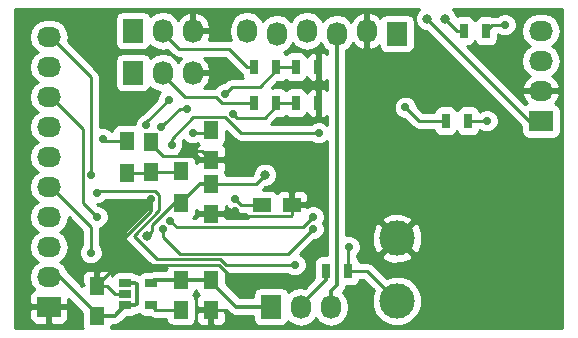
<source format=gbl>
G04 #@! TF.FileFunction,Copper,L2,Bot,Signal*
%FSLAX46Y46*%
G04 Gerber Fmt 4.6, Leading zero omitted, Abs format (unit mm)*
G04 Created by KiCad (PCBNEW 4.0.1-3.201512221402+6198~38~ubuntu14.04.1-stable) date Sun 24 Jan 2016 12:58:10 PM PST*
%MOMM*%
G01*
G04 APERTURE LIST*
%ADD10C,0.100000*%
%ADD11R,1.250000X1.500000*%
%ADD12R,1.500000X1.250000*%
%ADD13R,1.060000X0.650000*%
%ADD14R,1.727200X2.032000*%
%ADD15O,1.727200X2.032000*%
%ADD16R,2.032000X1.727200*%
%ADD17O,2.032000X1.727200*%
%ADD18R,0.700000X1.300000*%
%ADD19R,1.300000X1.500000*%
%ADD20C,3.000000*%
%ADD21C,0.800000*%
%ADD22C,0.700000*%
%ADD23C,0.250000*%
%ADD24C,0.350000*%
%ADD25C,0.254000*%
G04 APERTURE END LIST*
D10*
D11*
X141732000Y-109494000D03*
X141732000Y-111994000D03*
X141732000Y-104922000D03*
X141732000Y-107422000D03*
X136652000Y-108438000D03*
X136652000Y-105938000D03*
D12*
X146070000Y-111252000D03*
X148570000Y-111252000D03*
D11*
X132080000Y-120630000D03*
X132080000Y-118130000D03*
X141732000Y-117622000D03*
X141732000Y-120122000D03*
D13*
X134452000Y-119756000D03*
X134452000Y-118806000D03*
X134452000Y-117856000D03*
X136652000Y-117856000D03*
X136652000Y-119756000D03*
D11*
X139192000Y-120122000D03*
X139192000Y-117622000D03*
D14*
X157480000Y-96774000D03*
D15*
X154940000Y-96520000D03*
X152400000Y-96774000D03*
X149860000Y-96520000D03*
X147320000Y-96774000D03*
X144780000Y-96520000D03*
D16*
X169672000Y-104140000D03*
D17*
X169672000Y-101600000D03*
X169672000Y-99060000D03*
X169672000Y-96520000D03*
D16*
X128016000Y-119888000D03*
D17*
X128016000Y-117348000D03*
X128016000Y-114808000D03*
X128016000Y-112268000D03*
X128016000Y-109728000D03*
X128016000Y-107188000D03*
X128016000Y-104648000D03*
X128016000Y-102108000D03*
X128016000Y-99568000D03*
X128016000Y-97028000D03*
D14*
X135128000Y-100076000D03*
D15*
X137668000Y-100076000D03*
X140208000Y-100076000D03*
D14*
X135128000Y-96520000D03*
D15*
X137668000Y-96520000D03*
X140208000Y-96520000D03*
D18*
X161610000Y-104140000D03*
X163510000Y-104140000D03*
X163134000Y-96520000D03*
X165034000Y-96520000D03*
D19*
X139192000Y-111078000D03*
X139192000Y-108378000D03*
X134620000Y-105838000D03*
X134620000Y-108538000D03*
D18*
X151450000Y-116840000D03*
X153350000Y-116840000D03*
X145354000Y-99568000D03*
X147254000Y-99568000D03*
X148910000Y-99568000D03*
X150810000Y-99568000D03*
X145354000Y-102616000D03*
X147254000Y-102616000D03*
X148910000Y-102616000D03*
X150810000Y-102616000D03*
D20*
X157480000Y-119380000D03*
X157480000Y-114080000D03*
D14*
X146812000Y-119888000D03*
D15*
X149352000Y-119888000D03*
X151892000Y-119888000D03*
D21*
X161544000Y-95504000D03*
X146304000Y-108712000D03*
X136313723Y-113886020D03*
D22*
X143764000Y-117856000D03*
X143764000Y-120904000D03*
X140208000Y-106680000D03*
X164084000Y-98044000D03*
X166116000Y-99568000D03*
X151384000Y-101092000D03*
X143764000Y-111760000D03*
X136652000Y-110744000D03*
X140208000Y-105156000D03*
X143764000Y-110744000D03*
D21*
X160020000Y-95504000D03*
D22*
X165100000Y-104140000D03*
X166624000Y-96012000D03*
X132588000Y-105664000D03*
X136279507Y-104470951D03*
X138176000Y-102339967D03*
X137528825Y-104699025D03*
X139700000Y-103124000D03*
X131572000Y-108712000D03*
X138407977Y-106173210D03*
X158189179Y-102984199D03*
X150876000Y-105156000D03*
X132080000Y-110236000D03*
X148844000Y-116332000D03*
X153416000Y-114808000D03*
X132080000Y-112268000D03*
X138304404Y-112647596D03*
X150368000Y-112268000D03*
X137668000Y-113284000D03*
X150368000Y-113284000D03*
X131572000Y-115316000D03*
X142936591Y-101858032D03*
X143603170Y-103532547D03*
D23*
X163134000Y-96520000D02*
X162560000Y-96520000D01*
X162560000Y-96520000D02*
X161544000Y-95504000D01*
X146304000Y-108712000D02*
X145522000Y-109494000D01*
X145522000Y-109494000D02*
X141732000Y-109494000D01*
X138606820Y-111078000D02*
X136713722Y-112971098D01*
X136713722Y-113486021D02*
X136313723Y-113886020D01*
X136713722Y-112971098D02*
X136713722Y-113486021D01*
X139192000Y-111078000D02*
X138606820Y-111078000D01*
D24*
X141732000Y-109494000D02*
X140776000Y-109494000D01*
X140776000Y-109494000D02*
X139192000Y-111078000D01*
X151450000Y-116840000D02*
X151450000Y-117637600D01*
X151450000Y-117637600D02*
X149352000Y-119735600D01*
X149352000Y-119735600D02*
X149352000Y-119888000D01*
D23*
X141732000Y-120122000D02*
X142982000Y-120122000D01*
X142982000Y-120122000D02*
X143764000Y-120904000D01*
X140208000Y-106680000D02*
X140990000Y-106680000D01*
X140990000Y-106680000D02*
X141732000Y-107422000D01*
X166116000Y-99568000D02*
X165608000Y-99568000D01*
X165608000Y-99568000D02*
X164084000Y-98044000D01*
X150810000Y-99568000D02*
X150810000Y-100518000D01*
X150810000Y-100518000D02*
X151384000Y-101092000D01*
X140857000Y-107422000D02*
X141732000Y-107422000D01*
X140558870Y-107123870D02*
X140857000Y-107422000D01*
X136652000Y-106063000D02*
X137712870Y-107123870D01*
X136652000Y-105938000D02*
X136652000Y-106063000D01*
X137712870Y-107123870D02*
X140558870Y-107123870D01*
X148570000Y-111252000D02*
X148570000Y-112127000D01*
X148570000Y-112127000D02*
X148494999Y-112202001D01*
X148494999Y-112202001D02*
X144206001Y-112202001D01*
X144206001Y-112202001D02*
X144113999Y-112109999D01*
X144113999Y-112109999D02*
X143764000Y-111760000D01*
X133753000Y-116332000D02*
X132080000Y-118005000D01*
X132080000Y-118005000D02*
X132080000Y-118130000D01*
X147320000Y-117348000D02*
X143418003Y-117348000D01*
X142402003Y-116332000D02*
X133753000Y-116332000D01*
X143418003Y-117348000D02*
X142402003Y-116332000D01*
X136652000Y-110744000D02*
X136652000Y-111760000D01*
X136652000Y-111760000D02*
X132080000Y-116332000D01*
X132080000Y-116332000D02*
X132080000Y-118130000D01*
X132080000Y-118130000D02*
X132955000Y-118130000D01*
X132955000Y-118130000D02*
X133631000Y-118806000D01*
X133631000Y-118806000D02*
X133672000Y-118806000D01*
X133672000Y-118806000D02*
X134452000Y-118806000D01*
X140208000Y-105156000D02*
X141498000Y-105156000D01*
X141498000Y-105156000D02*
X141732000Y-104922000D01*
X136652000Y-108438000D02*
X139132000Y-108438000D01*
X139132000Y-108438000D02*
X139192000Y-108378000D01*
X134620000Y-108538000D02*
X136552000Y-108538000D01*
X136552000Y-108538000D02*
X136652000Y-108438000D01*
X146070000Y-111252000D02*
X144272000Y-111252000D01*
X144272000Y-111252000D02*
X143764000Y-110744000D01*
X160020000Y-95504000D02*
X168656000Y-104140000D01*
X168656000Y-104140000D02*
X169672000Y-104140000D01*
D24*
X132080000Y-120630000D02*
X132080000Y-120505000D01*
X132080000Y-120505000D02*
X128923000Y-117348000D01*
X128923000Y-117348000D02*
X128016000Y-117348000D01*
X134452000Y-117856000D02*
X135332000Y-117856000D01*
X135332000Y-117856000D02*
X135457001Y-117981001D01*
X135457001Y-117981001D02*
X135457001Y-119630999D01*
X135332000Y-119756000D02*
X134452000Y-119756000D01*
X135457001Y-119630999D02*
X135332000Y-119756000D01*
X132080000Y-120630000D02*
X133578000Y-120630000D01*
X133578000Y-120630000D02*
X134452000Y-119756000D01*
D23*
X163510000Y-104140000D02*
X165100000Y-104140000D01*
X166624000Y-96012000D02*
X165542000Y-96012000D01*
X165542000Y-96012000D02*
X165034000Y-96520000D01*
X134620000Y-105838000D02*
X132762000Y-105838000D01*
X132762000Y-105838000D02*
X132588000Y-105664000D01*
X136279507Y-104236460D02*
X136279507Y-104470951D01*
X138176000Y-102339967D02*
X136279507Y-104236460D01*
X139103850Y-103124000D02*
X137878824Y-104349026D01*
X139700000Y-103124000D02*
X139103850Y-103124000D01*
X137878824Y-104349026D02*
X137528825Y-104699025D01*
X128016000Y-97028000D02*
X128168400Y-97028000D01*
X128168400Y-97028000D02*
X131572000Y-100431600D01*
X131572000Y-100431600D02*
X131572000Y-108712000D01*
X140239214Y-103846999D02*
X138407977Y-105678236D01*
X144272000Y-105156000D02*
X142962999Y-103846999D01*
X142962999Y-103846999D02*
X140239214Y-103846999D01*
X150876000Y-105156000D02*
X144272000Y-105156000D01*
X138407977Y-105678236D02*
X138407977Y-106173210D01*
X158539178Y-103334198D02*
X158189179Y-102984199D01*
X161610000Y-104140000D02*
X159344980Y-104140000D01*
X159344980Y-104140000D02*
X158539178Y-103334198D01*
X135192205Y-113856205D02*
X137327001Y-111721409D01*
X142530413Y-115824000D02*
X137160000Y-115824000D01*
X137327001Y-110419999D02*
X136976001Y-110068999D01*
X137160000Y-115824000D02*
X135192205Y-113856205D01*
X137327001Y-111721409D02*
X137327001Y-110419999D01*
X136976001Y-110068999D02*
X132247001Y-110068999D01*
X132247001Y-110068999D02*
X132080000Y-110236000D01*
X148844000Y-116332000D02*
X143038413Y-116332000D01*
X143038413Y-116332000D02*
X142530413Y-115824000D01*
X153350000Y-116840000D02*
X153350000Y-114874000D01*
X153350000Y-114874000D02*
X153416000Y-114808000D01*
X157480000Y-119380000D02*
X154940000Y-116840000D01*
X154940000Y-116840000D02*
X153350000Y-116840000D01*
X131730001Y-111918001D02*
X132080000Y-112268000D01*
X130896998Y-111084998D02*
X131730001Y-111918001D01*
X128168400Y-102108000D02*
X130896998Y-104836598D01*
X128016000Y-102108000D02*
X128168400Y-102108000D01*
X130896998Y-104836598D02*
X130896998Y-111084998D01*
X150368000Y-112268000D02*
X149510001Y-113125999D01*
X138782807Y-113125999D02*
X138654403Y-112997595D01*
X138654403Y-112997595D02*
X138304404Y-112647596D01*
X149510001Y-113125999D02*
X138782807Y-113125999D01*
X150368000Y-113284000D02*
X148278011Y-115373989D01*
X137668000Y-113954002D02*
X137668000Y-113778974D01*
X148278011Y-115373989D02*
X139087987Y-115373989D01*
X137668000Y-113778974D02*
X137668000Y-113284000D01*
X139087987Y-115373989D02*
X137668000Y-113954002D01*
X131572000Y-115316000D02*
X131572000Y-113131600D01*
X131572000Y-113131600D02*
X128168400Y-109728000D01*
X128168400Y-109728000D02*
X128016000Y-109728000D01*
X139192000Y-120122000D02*
X137018000Y-120122000D01*
X137018000Y-120122000D02*
X136652000Y-119756000D01*
X137668000Y-100228400D02*
X137668000Y-100076000D01*
X142187557Y-102108000D02*
X139547600Y-102108000D01*
X142695557Y-102616000D02*
X142187557Y-102108000D01*
X139547600Y-102108000D02*
X137668000Y-100228400D01*
X145354000Y-102616000D02*
X142695557Y-102616000D01*
X143230000Y-98044000D02*
X139039600Y-98044000D01*
X139039600Y-98044000D02*
X137668000Y-96672400D01*
X137668000Y-96672400D02*
X137668000Y-96520000D01*
X145354000Y-99568000D02*
X144754000Y-99568000D01*
X144754000Y-99568000D02*
X143230000Y-98044000D01*
X145862980Y-101259020D02*
X143535603Y-101259020D01*
X143535603Y-101259020D02*
X143286590Y-101508033D01*
X143286590Y-101508033D02*
X142936591Y-101858032D01*
X147254000Y-99868000D02*
X145862980Y-101259020D01*
X147254000Y-99568000D02*
X147254000Y-99868000D01*
X147254000Y-99568000D02*
X148910000Y-99568000D01*
X146287454Y-103882546D02*
X143953169Y-103882546D01*
X147254000Y-102616000D02*
X147254000Y-102916000D01*
X147254000Y-102916000D02*
X146287454Y-103882546D01*
X143953169Y-103882546D02*
X143603170Y-103532547D01*
X147254000Y-102616000D02*
X148910000Y-102616000D01*
D24*
X145598400Y-119888000D02*
X146812000Y-119888000D01*
X143873000Y-119888000D02*
X145598400Y-119888000D01*
X141732000Y-117622000D02*
X141732000Y-117747000D01*
X141732000Y-117747000D02*
X143873000Y-119888000D01*
X139192000Y-117622000D02*
X136886000Y-117622000D01*
X136886000Y-117622000D02*
X136652000Y-117856000D01*
X141732000Y-117622000D02*
X139192000Y-117622000D01*
X151892000Y-119888000D02*
X151892000Y-118522000D01*
X151892000Y-118522000D02*
X152400000Y-118014000D01*
X152400000Y-118014000D02*
X152400000Y-98140000D01*
X152400000Y-98140000D02*
X152400000Y-96774000D01*
D25*
G36*
X159143081Y-94916954D02*
X158985180Y-95297223D01*
X158984821Y-95708971D01*
X159142058Y-96089515D01*
X159432954Y-96380919D01*
X159813223Y-96538820D01*
X159980164Y-96538966D01*
X168008560Y-104567362D01*
X168008560Y-105003600D01*
X168052838Y-105238917D01*
X168191910Y-105455041D01*
X168404110Y-105600031D01*
X168656000Y-105651040D01*
X170688000Y-105651040D01*
X170923317Y-105606762D01*
X171139441Y-105467690D01*
X171284431Y-105255490D01*
X171335440Y-105003600D01*
X171335440Y-103276400D01*
X171291162Y-103041083D01*
X171152090Y-102824959D01*
X170939890Y-102679969D01*
X170845073Y-102660768D01*
X171022732Y-102502036D01*
X171276709Y-101974791D01*
X171279358Y-101959026D01*
X171158217Y-101727000D01*
X169799000Y-101727000D01*
X169799000Y-101747000D01*
X169545000Y-101747000D01*
X169545000Y-101727000D01*
X168185783Y-101727000D01*
X168064642Y-101959026D01*
X168067291Y-101974791D01*
X168321268Y-102502036D01*
X168496845Y-102658907D01*
X168420683Y-102673238D01*
X168325371Y-102734569D01*
X163408242Y-97817440D01*
X163484000Y-97817440D01*
X163719317Y-97773162D01*
X163935441Y-97634090D01*
X164080431Y-97421890D01*
X164083081Y-97408803D01*
X164219910Y-97621441D01*
X164432110Y-97766431D01*
X164684000Y-97817440D01*
X165384000Y-97817440D01*
X165619317Y-97773162D01*
X165835441Y-97634090D01*
X165980431Y-97421890D01*
X166031440Y-97170000D01*
X166031440Y-96812622D01*
X166065314Y-96846555D01*
X166427212Y-96996828D01*
X166819069Y-96997170D01*
X167181229Y-96847529D01*
X167458555Y-96570686D01*
X167479601Y-96520000D01*
X167988655Y-96520000D01*
X168102729Y-97093489D01*
X168427585Y-97579670D01*
X168742366Y-97790000D01*
X168427585Y-98000330D01*
X168102729Y-98486511D01*
X167988655Y-99060000D01*
X168102729Y-99633489D01*
X168427585Y-100119670D01*
X168737069Y-100326461D01*
X168321268Y-100697964D01*
X168067291Y-101225209D01*
X168064642Y-101240974D01*
X168185783Y-101473000D01*
X169545000Y-101473000D01*
X169545000Y-101453000D01*
X169799000Y-101453000D01*
X169799000Y-101473000D01*
X171158217Y-101473000D01*
X171279358Y-101240974D01*
X171276709Y-101225209D01*
X171022732Y-100697964D01*
X170606931Y-100326461D01*
X170916415Y-100119670D01*
X171241271Y-99633489D01*
X171355345Y-99060000D01*
X171241271Y-98486511D01*
X170916415Y-98000330D01*
X170601634Y-97790000D01*
X170916415Y-97579670D01*
X171241271Y-97093489D01*
X171355345Y-96520000D01*
X171241271Y-95946511D01*
X170916415Y-95460330D01*
X170430234Y-95135474D01*
X169856745Y-95021400D01*
X169487255Y-95021400D01*
X168913766Y-95135474D01*
X168427585Y-95460330D01*
X168102729Y-95946511D01*
X167988655Y-96520000D01*
X167479601Y-96520000D01*
X167608828Y-96208788D01*
X167609170Y-95816931D01*
X167459529Y-95454771D01*
X167182686Y-95177445D01*
X166820788Y-95027172D01*
X166428931Y-95026830D01*
X166066771Y-95176471D01*
X165991110Y-95252000D01*
X165542000Y-95252000D01*
X165535633Y-95253266D01*
X165384000Y-95222560D01*
X164684000Y-95222560D01*
X164448683Y-95266838D01*
X164232559Y-95405910D01*
X164087569Y-95618110D01*
X164084919Y-95631197D01*
X163948090Y-95418559D01*
X163735890Y-95273569D01*
X163484000Y-95222560D01*
X162784000Y-95222560D01*
X162564638Y-95263836D01*
X162421942Y-94918485D01*
X162193855Y-94690000D01*
X171502000Y-94690000D01*
X171502000Y-121718000D01*
X133242595Y-121718000D01*
X133301431Y-121631890D01*
X133340290Y-121440000D01*
X133578000Y-121440000D01*
X133887974Y-121378342D01*
X134150756Y-121202756D01*
X134625073Y-120728440D01*
X134982000Y-120728440D01*
X135217317Y-120684162D01*
X135431794Y-120546150D01*
X135640072Y-120504720D01*
X135657910Y-120532441D01*
X135870110Y-120677431D01*
X136122000Y-120728440D01*
X136583923Y-120728440D01*
X136727161Y-120824148D01*
X137018000Y-120882000D01*
X137921442Y-120882000D01*
X137963838Y-121107317D01*
X138102910Y-121323441D01*
X138315110Y-121468431D01*
X138567000Y-121519440D01*
X139817000Y-121519440D01*
X140052317Y-121475162D01*
X140268441Y-121336090D01*
X140413431Y-121123890D01*
X140464440Y-120872000D01*
X140464440Y-120407750D01*
X140472000Y-120407750D01*
X140472000Y-120998309D01*
X140568673Y-121231698D01*
X140747301Y-121410327D01*
X140980690Y-121507000D01*
X141446250Y-121507000D01*
X141605000Y-121348250D01*
X141605000Y-120249000D01*
X140630750Y-120249000D01*
X140472000Y-120407750D01*
X140464440Y-120407750D01*
X140464440Y-119372000D01*
X140420162Y-119136683D01*
X140281090Y-118920559D01*
X140211289Y-118872866D01*
X140268441Y-118836090D01*
X140413431Y-118623890D01*
X140452290Y-118432000D01*
X140470850Y-118432000D01*
X140503838Y-118607317D01*
X140642910Y-118823441D01*
X140711006Y-118869969D01*
X140568673Y-119012302D01*
X140472000Y-119245691D01*
X140472000Y-119836250D01*
X140630750Y-119995000D01*
X141605000Y-119995000D01*
X141605000Y-119975000D01*
X141859000Y-119975000D01*
X141859000Y-119995000D01*
X141879000Y-119995000D01*
X141879000Y-120249000D01*
X141859000Y-120249000D01*
X141859000Y-121348250D01*
X142017750Y-121507000D01*
X142483310Y-121507000D01*
X142716699Y-121410327D01*
X142895327Y-121231698D01*
X142992000Y-120998309D01*
X142992000Y-120407750D01*
X142833252Y-120249002D01*
X142992000Y-120249002D01*
X142992000Y-120152512D01*
X143300243Y-120460756D01*
X143407528Y-120532441D01*
X143563026Y-120636342D01*
X143873000Y-120698000D01*
X145300960Y-120698000D01*
X145300960Y-120904000D01*
X145345238Y-121139317D01*
X145484310Y-121355441D01*
X145696510Y-121500431D01*
X145948400Y-121551440D01*
X147675600Y-121551440D01*
X147910917Y-121507162D01*
X148127041Y-121368090D01*
X148272031Y-121155890D01*
X148280400Y-121114561D01*
X148292330Y-121132415D01*
X148778511Y-121457271D01*
X149352000Y-121571345D01*
X149925489Y-121457271D01*
X150411670Y-121132415D01*
X150622000Y-120817634D01*
X150832330Y-121132415D01*
X151318511Y-121457271D01*
X151892000Y-121571345D01*
X152465489Y-121457271D01*
X152951670Y-121132415D01*
X153276526Y-120646234D01*
X153390600Y-120072745D01*
X153390600Y-119703255D01*
X153276526Y-119129766D01*
X152951670Y-118643585D01*
X152930244Y-118629269D01*
X152972756Y-118586757D01*
X153076161Y-118432000D01*
X153148342Y-118323974D01*
X153185446Y-118137440D01*
X153700000Y-118137440D01*
X153935317Y-118093162D01*
X154151441Y-117954090D01*
X154296431Y-117741890D01*
X154325164Y-117600000D01*
X154625198Y-117600000D01*
X155531181Y-118505983D01*
X155345372Y-118953459D01*
X155344630Y-119802815D01*
X155668980Y-120587800D01*
X156269041Y-121188909D01*
X157053459Y-121514628D01*
X157902815Y-121515370D01*
X158687800Y-121191020D01*
X159288909Y-120590959D01*
X159614628Y-119806541D01*
X159615370Y-118957185D01*
X159291020Y-118172200D01*
X158690959Y-117571091D01*
X157906541Y-117245372D01*
X157057185Y-117244630D01*
X156605900Y-117431098D01*
X155477401Y-116302599D01*
X155230839Y-116137852D01*
X154940000Y-116080000D01*
X154326742Y-116080000D01*
X154303162Y-115954683D01*
X154164090Y-115738559D01*
X154110000Y-115701601D01*
X154110000Y-115593970D01*
X156145635Y-115593970D01*
X156305418Y-115912739D01*
X157096187Y-116222723D01*
X157945387Y-116206497D01*
X158654582Y-115912739D01*
X158814365Y-115593970D01*
X157480000Y-114259605D01*
X156145635Y-115593970D01*
X154110000Y-115593970D01*
X154110000Y-115506996D01*
X154250555Y-115366686D01*
X154400828Y-115004788D01*
X154401170Y-114612931D01*
X154251529Y-114250771D01*
X153974686Y-113973445D01*
X153612788Y-113823172D01*
X153220931Y-113822830D01*
X153210000Y-113827347D01*
X153210000Y-113696187D01*
X155337277Y-113696187D01*
X155353503Y-114545387D01*
X155647261Y-115254582D01*
X155966030Y-115414365D01*
X157300395Y-114080000D01*
X157659605Y-114080000D01*
X158993970Y-115414365D01*
X159312739Y-115254582D01*
X159622723Y-114463813D01*
X159606497Y-113614613D01*
X159312739Y-112905418D01*
X158993970Y-112745635D01*
X157659605Y-114080000D01*
X157300395Y-114080000D01*
X155966030Y-112745635D01*
X155647261Y-112905418D01*
X155337277Y-113696187D01*
X153210000Y-113696187D01*
X153210000Y-112566030D01*
X156145635Y-112566030D01*
X157480000Y-113900395D01*
X158814365Y-112566030D01*
X158654582Y-112247261D01*
X157863813Y-111937277D01*
X157014613Y-111953503D01*
X156305418Y-112247261D01*
X156145635Y-112566030D01*
X153210000Y-112566030D01*
X153210000Y-103179268D01*
X157204009Y-103179268D01*
X157353650Y-103541428D01*
X157630493Y-103818754D01*
X157992391Y-103969027D01*
X158099298Y-103969120D01*
X158807579Y-104677401D01*
X159054141Y-104842148D01*
X159344980Y-104900000D01*
X160633258Y-104900000D01*
X160656838Y-105025317D01*
X160795910Y-105241441D01*
X161008110Y-105386431D01*
X161260000Y-105437440D01*
X161960000Y-105437440D01*
X162195317Y-105393162D01*
X162411441Y-105254090D01*
X162556431Y-105041890D01*
X162559081Y-105028803D01*
X162695910Y-105241441D01*
X162908110Y-105386431D01*
X163160000Y-105437440D01*
X163860000Y-105437440D01*
X164095317Y-105393162D01*
X164311441Y-105254090D01*
X164456431Y-105041890D01*
X164482082Y-104915220D01*
X164541314Y-104974555D01*
X164903212Y-105124828D01*
X165295069Y-105125170D01*
X165657229Y-104975529D01*
X165934555Y-104698686D01*
X166084828Y-104336788D01*
X166085170Y-103944931D01*
X165935529Y-103582771D01*
X165658686Y-103305445D01*
X165296788Y-103155172D01*
X164904931Y-103154830D01*
X164542771Y-103304471D01*
X164483638Y-103363501D01*
X164463162Y-103254683D01*
X164324090Y-103038559D01*
X164111890Y-102893569D01*
X163860000Y-102842560D01*
X163160000Y-102842560D01*
X162924683Y-102886838D01*
X162708559Y-103025910D01*
X162563569Y-103238110D01*
X162560919Y-103251197D01*
X162424090Y-103038559D01*
X162211890Y-102893569D01*
X161960000Y-102842560D01*
X161260000Y-102842560D01*
X161024683Y-102886838D01*
X160808559Y-103025910D01*
X160663569Y-103238110D01*
X160634836Y-103380000D01*
X159659782Y-103380000D01*
X159174257Y-102894475D01*
X159174349Y-102789130D01*
X159024708Y-102426970D01*
X158747865Y-102149644D01*
X158385967Y-101999371D01*
X157994110Y-101999029D01*
X157631950Y-102148670D01*
X157354624Y-102425513D01*
X157204351Y-102787411D01*
X157204009Y-103179268D01*
X153210000Y-103179268D01*
X153210000Y-98185239D01*
X153459670Y-98018415D01*
X153763561Y-97563610D01*
X154037964Y-97870732D01*
X154565209Y-98124709D01*
X154580974Y-98127358D01*
X154813000Y-98006217D01*
X154813000Y-96647000D01*
X154793000Y-96647000D01*
X154793000Y-96393000D01*
X154813000Y-96393000D01*
X154813000Y-95033783D01*
X155067000Y-95033783D01*
X155067000Y-96393000D01*
X155087000Y-96393000D01*
X155087000Y-96647000D01*
X155067000Y-96647000D01*
X155067000Y-98006217D01*
X155299026Y-98127358D01*
X155314791Y-98124709D01*
X155842036Y-97870732D01*
X155968960Y-97728674D01*
X155968960Y-97790000D01*
X156013238Y-98025317D01*
X156152310Y-98241441D01*
X156364510Y-98386431D01*
X156616400Y-98437440D01*
X158343600Y-98437440D01*
X158578917Y-98393162D01*
X158795041Y-98254090D01*
X158940031Y-98041890D01*
X158991040Y-97790000D01*
X158991040Y-95758000D01*
X158946762Y-95522683D01*
X158807690Y-95306559D01*
X158595490Y-95161569D01*
X158343600Y-95110560D01*
X156616400Y-95110560D01*
X156381083Y-95154838D01*
X156164959Y-95293910D01*
X156073280Y-95428086D01*
X155842036Y-95169268D01*
X155314791Y-94915291D01*
X155299026Y-94912642D01*
X155067000Y-95033783D01*
X154813000Y-95033783D01*
X154580974Y-94912642D01*
X154565209Y-94915291D01*
X154037964Y-95169268D01*
X153648046Y-95605680D01*
X153600788Y-95740782D01*
X153459670Y-95529585D01*
X152973489Y-95204729D01*
X152400000Y-95090655D01*
X151826511Y-95204729D01*
X151340330Y-95529585D01*
X151214859Y-95717366D01*
X150919670Y-95275585D01*
X150433489Y-94950729D01*
X149860000Y-94836655D01*
X149286511Y-94950729D01*
X148800330Y-95275585D01*
X148505141Y-95717366D01*
X148379670Y-95529585D01*
X147893489Y-95204729D01*
X147320000Y-95090655D01*
X146746511Y-95204729D01*
X146260330Y-95529585D01*
X146134859Y-95717366D01*
X145839670Y-95275585D01*
X145353489Y-94950729D01*
X144780000Y-94836655D01*
X144206511Y-94950729D01*
X143720330Y-95275585D01*
X143395474Y-95761766D01*
X143281400Y-96335255D01*
X143281400Y-96704745D01*
X143395474Y-97278234D01*
X143425282Y-97322844D01*
X143230000Y-97284000D01*
X141552535Y-97284000D01*
X141693184Y-96881913D01*
X141548924Y-96647000D01*
X140335000Y-96647000D01*
X140335000Y-96667000D01*
X140081000Y-96667000D01*
X140081000Y-96647000D01*
X140061000Y-96647000D01*
X140061000Y-96393000D01*
X140081000Y-96393000D01*
X140081000Y-95033783D01*
X140335000Y-95033783D01*
X140335000Y-96393000D01*
X141548924Y-96393000D01*
X141693184Y-96158087D01*
X141499954Y-95605680D01*
X141110036Y-95169268D01*
X140582791Y-94915291D01*
X140567026Y-94912642D01*
X140335000Y-95033783D01*
X140081000Y-95033783D01*
X139848974Y-94912642D01*
X139833209Y-94915291D01*
X139305964Y-95169268D01*
X138934461Y-95585069D01*
X138727670Y-95275585D01*
X138241489Y-94950729D01*
X137668000Y-94836655D01*
X137094511Y-94950729D01*
X136608330Y-95275585D01*
X136598757Y-95289913D01*
X136594762Y-95268683D01*
X136455690Y-95052559D01*
X136243490Y-94907569D01*
X135991600Y-94856560D01*
X134264400Y-94856560D01*
X134029083Y-94900838D01*
X133812959Y-95039910D01*
X133667969Y-95252110D01*
X133616960Y-95504000D01*
X133616960Y-97536000D01*
X133661238Y-97771317D01*
X133800310Y-97987441D01*
X134012510Y-98132431D01*
X134264400Y-98183440D01*
X135991600Y-98183440D01*
X136226917Y-98139162D01*
X136443041Y-98000090D01*
X136588031Y-97787890D01*
X136596400Y-97746561D01*
X136608330Y-97764415D01*
X137094511Y-98089271D01*
X137668000Y-98203345D01*
X138048464Y-98127666D01*
X138502199Y-98581401D01*
X138748760Y-98746148D01*
X139039600Y-98804000D01*
X139235620Y-98804000D01*
X138934461Y-99141069D01*
X138727670Y-98831585D01*
X138241489Y-98506729D01*
X137668000Y-98392655D01*
X137094511Y-98506729D01*
X136608330Y-98831585D01*
X136598757Y-98845913D01*
X136594762Y-98824683D01*
X136455690Y-98608559D01*
X136243490Y-98463569D01*
X135991600Y-98412560D01*
X134264400Y-98412560D01*
X134029083Y-98456838D01*
X133812959Y-98595910D01*
X133667969Y-98808110D01*
X133616960Y-99060000D01*
X133616960Y-101092000D01*
X133661238Y-101327317D01*
X133800310Y-101543441D01*
X134012510Y-101688431D01*
X134264400Y-101739440D01*
X135991600Y-101739440D01*
X136226917Y-101695162D01*
X136443041Y-101556090D01*
X136588031Y-101343890D01*
X136596400Y-101302561D01*
X136608330Y-101320415D01*
X137094511Y-101645271D01*
X137414026Y-101708826D01*
X137341445Y-101781281D01*
X137191172Y-102143179D01*
X137191079Y-102250086D01*
X135864513Y-103576652D01*
X135722278Y-103635422D01*
X135444952Y-103912265D01*
X135294679Y-104274163D01*
X135294529Y-104445527D01*
X135270000Y-104440560D01*
X133970000Y-104440560D01*
X133734683Y-104484838D01*
X133518559Y-104623910D01*
X133373569Y-104836110D01*
X133336428Y-105019518D01*
X133146686Y-104829445D01*
X132784788Y-104679172D01*
X132392931Y-104678830D01*
X132332000Y-104704006D01*
X132332000Y-100431600D01*
X132314637Y-100344310D01*
X132274148Y-100140760D01*
X132109401Y-99894199D01*
X129623666Y-97408464D01*
X129699345Y-97028000D01*
X129585271Y-96454511D01*
X129260415Y-95968330D01*
X128774234Y-95643474D01*
X128200745Y-95529400D01*
X127831255Y-95529400D01*
X127257766Y-95643474D01*
X126771585Y-95968330D01*
X126446729Y-96454511D01*
X126332655Y-97028000D01*
X126446729Y-97601489D01*
X126771585Y-98087670D01*
X127086366Y-98298000D01*
X126771585Y-98508330D01*
X126446729Y-98994511D01*
X126332655Y-99568000D01*
X126446729Y-100141489D01*
X126771585Y-100627670D01*
X127086366Y-100838000D01*
X126771585Y-101048330D01*
X126446729Y-101534511D01*
X126332655Y-102108000D01*
X126446729Y-102681489D01*
X126771585Y-103167670D01*
X127086366Y-103378000D01*
X126771585Y-103588330D01*
X126446729Y-104074511D01*
X126332655Y-104648000D01*
X126446729Y-105221489D01*
X126771585Y-105707670D01*
X127086366Y-105918000D01*
X126771585Y-106128330D01*
X126446729Y-106614511D01*
X126332655Y-107188000D01*
X126446729Y-107761489D01*
X126771585Y-108247670D01*
X127086366Y-108458000D01*
X126771585Y-108668330D01*
X126446729Y-109154511D01*
X126332655Y-109728000D01*
X126446729Y-110301489D01*
X126771585Y-110787670D01*
X127086366Y-110998000D01*
X126771585Y-111208330D01*
X126446729Y-111694511D01*
X126332655Y-112268000D01*
X126446729Y-112841489D01*
X126771585Y-113327670D01*
X127086366Y-113538000D01*
X126771585Y-113748330D01*
X126446729Y-114234511D01*
X126332655Y-114808000D01*
X126446729Y-115381489D01*
X126771585Y-115867670D01*
X127086366Y-116078000D01*
X126771585Y-116288330D01*
X126446729Y-116774511D01*
X126332655Y-117348000D01*
X126446729Y-117921489D01*
X126771585Y-118407670D01*
X126793780Y-118422500D01*
X126640302Y-118486073D01*
X126461673Y-118664701D01*
X126365000Y-118898090D01*
X126365000Y-119602250D01*
X126523750Y-119761000D01*
X127889000Y-119761000D01*
X127889000Y-119741000D01*
X128143000Y-119741000D01*
X128143000Y-119761000D01*
X129508250Y-119761000D01*
X129667000Y-119602250D01*
X129667000Y-119237512D01*
X130807560Y-120378073D01*
X130807560Y-121380000D01*
X130851838Y-121615317D01*
X130917913Y-121718000D01*
X125170000Y-121718000D01*
X125170000Y-120173750D01*
X126365000Y-120173750D01*
X126365000Y-120877910D01*
X126461673Y-121111299D01*
X126640302Y-121289927D01*
X126873691Y-121386600D01*
X127730250Y-121386600D01*
X127889000Y-121227850D01*
X127889000Y-120015000D01*
X128143000Y-120015000D01*
X128143000Y-121227850D01*
X128301750Y-121386600D01*
X129158309Y-121386600D01*
X129391698Y-121289927D01*
X129570327Y-121111299D01*
X129667000Y-120877910D01*
X129667000Y-120173750D01*
X129508250Y-120015000D01*
X128143000Y-120015000D01*
X127889000Y-120015000D01*
X126523750Y-120015000D01*
X126365000Y-120173750D01*
X125170000Y-120173750D01*
X125170000Y-94690000D01*
X159370431Y-94690000D01*
X159143081Y-94916954D01*
X159143081Y-94916954D01*
G37*
X159143081Y-94916954D02*
X158985180Y-95297223D01*
X158984821Y-95708971D01*
X159142058Y-96089515D01*
X159432954Y-96380919D01*
X159813223Y-96538820D01*
X159980164Y-96538966D01*
X168008560Y-104567362D01*
X168008560Y-105003600D01*
X168052838Y-105238917D01*
X168191910Y-105455041D01*
X168404110Y-105600031D01*
X168656000Y-105651040D01*
X170688000Y-105651040D01*
X170923317Y-105606762D01*
X171139441Y-105467690D01*
X171284431Y-105255490D01*
X171335440Y-105003600D01*
X171335440Y-103276400D01*
X171291162Y-103041083D01*
X171152090Y-102824959D01*
X170939890Y-102679969D01*
X170845073Y-102660768D01*
X171022732Y-102502036D01*
X171276709Y-101974791D01*
X171279358Y-101959026D01*
X171158217Y-101727000D01*
X169799000Y-101727000D01*
X169799000Y-101747000D01*
X169545000Y-101747000D01*
X169545000Y-101727000D01*
X168185783Y-101727000D01*
X168064642Y-101959026D01*
X168067291Y-101974791D01*
X168321268Y-102502036D01*
X168496845Y-102658907D01*
X168420683Y-102673238D01*
X168325371Y-102734569D01*
X163408242Y-97817440D01*
X163484000Y-97817440D01*
X163719317Y-97773162D01*
X163935441Y-97634090D01*
X164080431Y-97421890D01*
X164083081Y-97408803D01*
X164219910Y-97621441D01*
X164432110Y-97766431D01*
X164684000Y-97817440D01*
X165384000Y-97817440D01*
X165619317Y-97773162D01*
X165835441Y-97634090D01*
X165980431Y-97421890D01*
X166031440Y-97170000D01*
X166031440Y-96812622D01*
X166065314Y-96846555D01*
X166427212Y-96996828D01*
X166819069Y-96997170D01*
X167181229Y-96847529D01*
X167458555Y-96570686D01*
X167479601Y-96520000D01*
X167988655Y-96520000D01*
X168102729Y-97093489D01*
X168427585Y-97579670D01*
X168742366Y-97790000D01*
X168427585Y-98000330D01*
X168102729Y-98486511D01*
X167988655Y-99060000D01*
X168102729Y-99633489D01*
X168427585Y-100119670D01*
X168737069Y-100326461D01*
X168321268Y-100697964D01*
X168067291Y-101225209D01*
X168064642Y-101240974D01*
X168185783Y-101473000D01*
X169545000Y-101473000D01*
X169545000Y-101453000D01*
X169799000Y-101453000D01*
X169799000Y-101473000D01*
X171158217Y-101473000D01*
X171279358Y-101240974D01*
X171276709Y-101225209D01*
X171022732Y-100697964D01*
X170606931Y-100326461D01*
X170916415Y-100119670D01*
X171241271Y-99633489D01*
X171355345Y-99060000D01*
X171241271Y-98486511D01*
X170916415Y-98000330D01*
X170601634Y-97790000D01*
X170916415Y-97579670D01*
X171241271Y-97093489D01*
X171355345Y-96520000D01*
X171241271Y-95946511D01*
X170916415Y-95460330D01*
X170430234Y-95135474D01*
X169856745Y-95021400D01*
X169487255Y-95021400D01*
X168913766Y-95135474D01*
X168427585Y-95460330D01*
X168102729Y-95946511D01*
X167988655Y-96520000D01*
X167479601Y-96520000D01*
X167608828Y-96208788D01*
X167609170Y-95816931D01*
X167459529Y-95454771D01*
X167182686Y-95177445D01*
X166820788Y-95027172D01*
X166428931Y-95026830D01*
X166066771Y-95176471D01*
X165991110Y-95252000D01*
X165542000Y-95252000D01*
X165535633Y-95253266D01*
X165384000Y-95222560D01*
X164684000Y-95222560D01*
X164448683Y-95266838D01*
X164232559Y-95405910D01*
X164087569Y-95618110D01*
X164084919Y-95631197D01*
X163948090Y-95418559D01*
X163735890Y-95273569D01*
X163484000Y-95222560D01*
X162784000Y-95222560D01*
X162564638Y-95263836D01*
X162421942Y-94918485D01*
X162193855Y-94690000D01*
X171502000Y-94690000D01*
X171502000Y-121718000D01*
X133242595Y-121718000D01*
X133301431Y-121631890D01*
X133340290Y-121440000D01*
X133578000Y-121440000D01*
X133887974Y-121378342D01*
X134150756Y-121202756D01*
X134625073Y-120728440D01*
X134982000Y-120728440D01*
X135217317Y-120684162D01*
X135431794Y-120546150D01*
X135640072Y-120504720D01*
X135657910Y-120532441D01*
X135870110Y-120677431D01*
X136122000Y-120728440D01*
X136583923Y-120728440D01*
X136727161Y-120824148D01*
X137018000Y-120882000D01*
X137921442Y-120882000D01*
X137963838Y-121107317D01*
X138102910Y-121323441D01*
X138315110Y-121468431D01*
X138567000Y-121519440D01*
X139817000Y-121519440D01*
X140052317Y-121475162D01*
X140268441Y-121336090D01*
X140413431Y-121123890D01*
X140464440Y-120872000D01*
X140464440Y-120407750D01*
X140472000Y-120407750D01*
X140472000Y-120998309D01*
X140568673Y-121231698D01*
X140747301Y-121410327D01*
X140980690Y-121507000D01*
X141446250Y-121507000D01*
X141605000Y-121348250D01*
X141605000Y-120249000D01*
X140630750Y-120249000D01*
X140472000Y-120407750D01*
X140464440Y-120407750D01*
X140464440Y-119372000D01*
X140420162Y-119136683D01*
X140281090Y-118920559D01*
X140211289Y-118872866D01*
X140268441Y-118836090D01*
X140413431Y-118623890D01*
X140452290Y-118432000D01*
X140470850Y-118432000D01*
X140503838Y-118607317D01*
X140642910Y-118823441D01*
X140711006Y-118869969D01*
X140568673Y-119012302D01*
X140472000Y-119245691D01*
X140472000Y-119836250D01*
X140630750Y-119995000D01*
X141605000Y-119995000D01*
X141605000Y-119975000D01*
X141859000Y-119975000D01*
X141859000Y-119995000D01*
X141879000Y-119995000D01*
X141879000Y-120249000D01*
X141859000Y-120249000D01*
X141859000Y-121348250D01*
X142017750Y-121507000D01*
X142483310Y-121507000D01*
X142716699Y-121410327D01*
X142895327Y-121231698D01*
X142992000Y-120998309D01*
X142992000Y-120407750D01*
X142833252Y-120249002D01*
X142992000Y-120249002D01*
X142992000Y-120152512D01*
X143300243Y-120460756D01*
X143407528Y-120532441D01*
X143563026Y-120636342D01*
X143873000Y-120698000D01*
X145300960Y-120698000D01*
X145300960Y-120904000D01*
X145345238Y-121139317D01*
X145484310Y-121355441D01*
X145696510Y-121500431D01*
X145948400Y-121551440D01*
X147675600Y-121551440D01*
X147910917Y-121507162D01*
X148127041Y-121368090D01*
X148272031Y-121155890D01*
X148280400Y-121114561D01*
X148292330Y-121132415D01*
X148778511Y-121457271D01*
X149352000Y-121571345D01*
X149925489Y-121457271D01*
X150411670Y-121132415D01*
X150622000Y-120817634D01*
X150832330Y-121132415D01*
X151318511Y-121457271D01*
X151892000Y-121571345D01*
X152465489Y-121457271D01*
X152951670Y-121132415D01*
X153276526Y-120646234D01*
X153390600Y-120072745D01*
X153390600Y-119703255D01*
X153276526Y-119129766D01*
X152951670Y-118643585D01*
X152930244Y-118629269D01*
X152972756Y-118586757D01*
X153076161Y-118432000D01*
X153148342Y-118323974D01*
X153185446Y-118137440D01*
X153700000Y-118137440D01*
X153935317Y-118093162D01*
X154151441Y-117954090D01*
X154296431Y-117741890D01*
X154325164Y-117600000D01*
X154625198Y-117600000D01*
X155531181Y-118505983D01*
X155345372Y-118953459D01*
X155344630Y-119802815D01*
X155668980Y-120587800D01*
X156269041Y-121188909D01*
X157053459Y-121514628D01*
X157902815Y-121515370D01*
X158687800Y-121191020D01*
X159288909Y-120590959D01*
X159614628Y-119806541D01*
X159615370Y-118957185D01*
X159291020Y-118172200D01*
X158690959Y-117571091D01*
X157906541Y-117245372D01*
X157057185Y-117244630D01*
X156605900Y-117431098D01*
X155477401Y-116302599D01*
X155230839Y-116137852D01*
X154940000Y-116080000D01*
X154326742Y-116080000D01*
X154303162Y-115954683D01*
X154164090Y-115738559D01*
X154110000Y-115701601D01*
X154110000Y-115593970D01*
X156145635Y-115593970D01*
X156305418Y-115912739D01*
X157096187Y-116222723D01*
X157945387Y-116206497D01*
X158654582Y-115912739D01*
X158814365Y-115593970D01*
X157480000Y-114259605D01*
X156145635Y-115593970D01*
X154110000Y-115593970D01*
X154110000Y-115506996D01*
X154250555Y-115366686D01*
X154400828Y-115004788D01*
X154401170Y-114612931D01*
X154251529Y-114250771D01*
X153974686Y-113973445D01*
X153612788Y-113823172D01*
X153220931Y-113822830D01*
X153210000Y-113827347D01*
X153210000Y-113696187D01*
X155337277Y-113696187D01*
X155353503Y-114545387D01*
X155647261Y-115254582D01*
X155966030Y-115414365D01*
X157300395Y-114080000D01*
X157659605Y-114080000D01*
X158993970Y-115414365D01*
X159312739Y-115254582D01*
X159622723Y-114463813D01*
X159606497Y-113614613D01*
X159312739Y-112905418D01*
X158993970Y-112745635D01*
X157659605Y-114080000D01*
X157300395Y-114080000D01*
X155966030Y-112745635D01*
X155647261Y-112905418D01*
X155337277Y-113696187D01*
X153210000Y-113696187D01*
X153210000Y-112566030D01*
X156145635Y-112566030D01*
X157480000Y-113900395D01*
X158814365Y-112566030D01*
X158654582Y-112247261D01*
X157863813Y-111937277D01*
X157014613Y-111953503D01*
X156305418Y-112247261D01*
X156145635Y-112566030D01*
X153210000Y-112566030D01*
X153210000Y-103179268D01*
X157204009Y-103179268D01*
X157353650Y-103541428D01*
X157630493Y-103818754D01*
X157992391Y-103969027D01*
X158099298Y-103969120D01*
X158807579Y-104677401D01*
X159054141Y-104842148D01*
X159344980Y-104900000D01*
X160633258Y-104900000D01*
X160656838Y-105025317D01*
X160795910Y-105241441D01*
X161008110Y-105386431D01*
X161260000Y-105437440D01*
X161960000Y-105437440D01*
X162195317Y-105393162D01*
X162411441Y-105254090D01*
X162556431Y-105041890D01*
X162559081Y-105028803D01*
X162695910Y-105241441D01*
X162908110Y-105386431D01*
X163160000Y-105437440D01*
X163860000Y-105437440D01*
X164095317Y-105393162D01*
X164311441Y-105254090D01*
X164456431Y-105041890D01*
X164482082Y-104915220D01*
X164541314Y-104974555D01*
X164903212Y-105124828D01*
X165295069Y-105125170D01*
X165657229Y-104975529D01*
X165934555Y-104698686D01*
X166084828Y-104336788D01*
X166085170Y-103944931D01*
X165935529Y-103582771D01*
X165658686Y-103305445D01*
X165296788Y-103155172D01*
X164904931Y-103154830D01*
X164542771Y-103304471D01*
X164483638Y-103363501D01*
X164463162Y-103254683D01*
X164324090Y-103038559D01*
X164111890Y-102893569D01*
X163860000Y-102842560D01*
X163160000Y-102842560D01*
X162924683Y-102886838D01*
X162708559Y-103025910D01*
X162563569Y-103238110D01*
X162560919Y-103251197D01*
X162424090Y-103038559D01*
X162211890Y-102893569D01*
X161960000Y-102842560D01*
X161260000Y-102842560D01*
X161024683Y-102886838D01*
X160808559Y-103025910D01*
X160663569Y-103238110D01*
X160634836Y-103380000D01*
X159659782Y-103380000D01*
X159174257Y-102894475D01*
X159174349Y-102789130D01*
X159024708Y-102426970D01*
X158747865Y-102149644D01*
X158385967Y-101999371D01*
X157994110Y-101999029D01*
X157631950Y-102148670D01*
X157354624Y-102425513D01*
X157204351Y-102787411D01*
X157204009Y-103179268D01*
X153210000Y-103179268D01*
X153210000Y-98185239D01*
X153459670Y-98018415D01*
X153763561Y-97563610D01*
X154037964Y-97870732D01*
X154565209Y-98124709D01*
X154580974Y-98127358D01*
X154813000Y-98006217D01*
X154813000Y-96647000D01*
X154793000Y-96647000D01*
X154793000Y-96393000D01*
X154813000Y-96393000D01*
X154813000Y-95033783D01*
X155067000Y-95033783D01*
X155067000Y-96393000D01*
X155087000Y-96393000D01*
X155087000Y-96647000D01*
X155067000Y-96647000D01*
X155067000Y-98006217D01*
X155299026Y-98127358D01*
X155314791Y-98124709D01*
X155842036Y-97870732D01*
X155968960Y-97728674D01*
X155968960Y-97790000D01*
X156013238Y-98025317D01*
X156152310Y-98241441D01*
X156364510Y-98386431D01*
X156616400Y-98437440D01*
X158343600Y-98437440D01*
X158578917Y-98393162D01*
X158795041Y-98254090D01*
X158940031Y-98041890D01*
X158991040Y-97790000D01*
X158991040Y-95758000D01*
X158946762Y-95522683D01*
X158807690Y-95306559D01*
X158595490Y-95161569D01*
X158343600Y-95110560D01*
X156616400Y-95110560D01*
X156381083Y-95154838D01*
X156164959Y-95293910D01*
X156073280Y-95428086D01*
X155842036Y-95169268D01*
X155314791Y-94915291D01*
X155299026Y-94912642D01*
X155067000Y-95033783D01*
X154813000Y-95033783D01*
X154580974Y-94912642D01*
X154565209Y-94915291D01*
X154037964Y-95169268D01*
X153648046Y-95605680D01*
X153600788Y-95740782D01*
X153459670Y-95529585D01*
X152973489Y-95204729D01*
X152400000Y-95090655D01*
X151826511Y-95204729D01*
X151340330Y-95529585D01*
X151214859Y-95717366D01*
X150919670Y-95275585D01*
X150433489Y-94950729D01*
X149860000Y-94836655D01*
X149286511Y-94950729D01*
X148800330Y-95275585D01*
X148505141Y-95717366D01*
X148379670Y-95529585D01*
X147893489Y-95204729D01*
X147320000Y-95090655D01*
X146746511Y-95204729D01*
X146260330Y-95529585D01*
X146134859Y-95717366D01*
X145839670Y-95275585D01*
X145353489Y-94950729D01*
X144780000Y-94836655D01*
X144206511Y-94950729D01*
X143720330Y-95275585D01*
X143395474Y-95761766D01*
X143281400Y-96335255D01*
X143281400Y-96704745D01*
X143395474Y-97278234D01*
X143425282Y-97322844D01*
X143230000Y-97284000D01*
X141552535Y-97284000D01*
X141693184Y-96881913D01*
X141548924Y-96647000D01*
X140335000Y-96647000D01*
X140335000Y-96667000D01*
X140081000Y-96667000D01*
X140081000Y-96647000D01*
X140061000Y-96647000D01*
X140061000Y-96393000D01*
X140081000Y-96393000D01*
X140081000Y-95033783D01*
X140335000Y-95033783D01*
X140335000Y-96393000D01*
X141548924Y-96393000D01*
X141693184Y-96158087D01*
X141499954Y-95605680D01*
X141110036Y-95169268D01*
X140582791Y-94915291D01*
X140567026Y-94912642D01*
X140335000Y-95033783D01*
X140081000Y-95033783D01*
X139848974Y-94912642D01*
X139833209Y-94915291D01*
X139305964Y-95169268D01*
X138934461Y-95585069D01*
X138727670Y-95275585D01*
X138241489Y-94950729D01*
X137668000Y-94836655D01*
X137094511Y-94950729D01*
X136608330Y-95275585D01*
X136598757Y-95289913D01*
X136594762Y-95268683D01*
X136455690Y-95052559D01*
X136243490Y-94907569D01*
X135991600Y-94856560D01*
X134264400Y-94856560D01*
X134029083Y-94900838D01*
X133812959Y-95039910D01*
X133667969Y-95252110D01*
X133616960Y-95504000D01*
X133616960Y-97536000D01*
X133661238Y-97771317D01*
X133800310Y-97987441D01*
X134012510Y-98132431D01*
X134264400Y-98183440D01*
X135991600Y-98183440D01*
X136226917Y-98139162D01*
X136443041Y-98000090D01*
X136588031Y-97787890D01*
X136596400Y-97746561D01*
X136608330Y-97764415D01*
X137094511Y-98089271D01*
X137668000Y-98203345D01*
X138048464Y-98127666D01*
X138502199Y-98581401D01*
X138748760Y-98746148D01*
X139039600Y-98804000D01*
X139235620Y-98804000D01*
X138934461Y-99141069D01*
X138727670Y-98831585D01*
X138241489Y-98506729D01*
X137668000Y-98392655D01*
X137094511Y-98506729D01*
X136608330Y-98831585D01*
X136598757Y-98845913D01*
X136594762Y-98824683D01*
X136455690Y-98608559D01*
X136243490Y-98463569D01*
X135991600Y-98412560D01*
X134264400Y-98412560D01*
X134029083Y-98456838D01*
X133812959Y-98595910D01*
X133667969Y-98808110D01*
X133616960Y-99060000D01*
X133616960Y-101092000D01*
X133661238Y-101327317D01*
X133800310Y-101543441D01*
X134012510Y-101688431D01*
X134264400Y-101739440D01*
X135991600Y-101739440D01*
X136226917Y-101695162D01*
X136443041Y-101556090D01*
X136588031Y-101343890D01*
X136596400Y-101302561D01*
X136608330Y-101320415D01*
X137094511Y-101645271D01*
X137414026Y-101708826D01*
X137341445Y-101781281D01*
X137191172Y-102143179D01*
X137191079Y-102250086D01*
X135864513Y-103576652D01*
X135722278Y-103635422D01*
X135444952Y-103912265D01*
X135294679Y-104274163D01*
X135294529Y-104445527D01*
X135270000Y-104440560D01*
X133970000Y-104440560D01*
X133734683Y-104484838D01*
X133518559Y-104623910D01*
X133373569Y-104836110D01*
X133336428Y-105019518D01*
X133146686Y-104829445D01*
X132784788Y-104679172D01*
X132392931Y-104678830D01*
X132332000Y-104704006D01*
X132332000Y-100431600D01*
X132314637Y-100344310D01*
X132274148Y-100140760D01*
X132109401Y-99894199D01*
X129623666Y-97408464D01*
X129699345Y-97028000D01*
X129585271Y-96454511D01*
X129260415Y-95968330D01*
X128774234Y-95643474D01*
X128200745Y-95529400D01*
X127831255Y-95529400D01*
X127257766Y-95643474D01*
X126771585Y-95968330D01*
X126446729Y-96454511D01*
X126332655Y-97028000D01*
X126446729Y-97601489D01*
X126771585Y-98087670D01*
X127086366Y-98298000D01*
X126771585Y-98508330D01*
X126446729Y-98994511D01*
X126332655Y-99568000D01*
X126446729Y-100141489D01*
X126771585Y-100627670D01*
X127086366Y-100838000D01*
X126771585Y-101048330D01*
X126446729Y-101534511D01*
X126332655Y-102108000D01*
X126446729Y-102681489D01*
X126771585Y-103167670D01*
X127086366Y-103378000D01*
X126771585Y-103588330D01*
X126446729Y-104074511D01*
X126332655Y-104648000D01*
X126446729Y-105221489D01*
X126771585Y-105707670D01*
X127086366Y-105918000D01*
X126771585Y-106128330D01*
X126446729Y-106614511D01*
X126332655Y-107188000D01*
X126446729Y-107761489D01*
X126771585Y-108247670D01*
X127086366Y-108458000D01*
X126771585Y-108668330D01*
X126446729Y-109154511D01*
X126332655Y-109728000D01*
X126446729Y-110301489D01*
X126771585Y-110787670D01*
X127086366Y-110998000D01*
X126771585Y-111208330D01*
X126446729Y-111694511D01*
X126332655Y-112268000D01*
X126446729Y-112841489D01*
X126771585Y-113327670D01*
X127086366Y-113538000D01*
X126771585Y-113748330D01*
X126446729Y-114234511D01*
X126332655Y-114808000D01*
X126446729Y-115381489D01*
X126771585Y-115867670D01*
X127086366Y-116078000D01*
X126771585Y-116288330D01*
X126446729Y-116774511D01*
X126332655Y-117348000D01*
X126446729Y-117921489D01*
X126771585Y-118407670D01*
X126793780Y-118422500D01*
X126640302Y-118486073D01*
X126461673Y-118664701D01*
X126365000Y-118898090D01*
X126365000Y-119602250D01*
X126523750Y-119761000D01*
X127889000Y-119761000D01*
X127889000Y-119741000D01*
X128143000Y-119741000D01*
X128143000Y-119761000D01*
X129508250Y-119761000D01*
X129667000Y-119602250D01*
X129667000Y-119237512D01*
X130807560Y-120378073D01*
X130807560Y-121380000D01*
X130851838Y-121615317D01*
X130917913Y-121718000D01*
X125170000Y-121718000D01*
X125170000Y-120173750D01*
X126365000Y-120173750D01*
X126365000Y-120877910D01*
X126461673Y-121111299D01*
X126640302Y-121289927D01*
X126873691Y-121386600D01*
X127730250Y-121386600D01*
X127889000Y-121227850D01*
X127889000Y-120015000D01*
X128143000Y-120015000D01*
X128143000Y-121227850D01*
X128301750Y-121386600D01*
X129158309Y-121386600D01*
X129391698Y-121289927D01*
X129570327Y-121111299D01*
X129667000Y-120877910D01*
X129667000Y-120173750D01*
X129508250Y-120015000D01*
X128143000Y-120015000D01*
X127889000Y-120015000D01*
X126523750Y-120015000D01*
X126365000Y-120173750D01*
X125170000Y-120173750D01*
X125170000Y-94690000D01*
X159370431Y-94690000D01*
X159143081Y-94916954D01*
G36*
X143734599Y-105693401D02*
X143981161Y-105858148D01*
X144272000Y-105916000D01*
X150242889Y-105916000D01*
X150317314Y-105990555D01*
X150679212Y-106140828D01*
X151071069Y-106141170D01*
X151433229Y-105991529D01*
X151590000Y-105835031D01*
X151590000Y-115542560D01*
X151100000Y-115542560D01*
X150864683Y-115586838D01*
X150648559Y-115725910D01*
X150503569Y-115938110D01*
X150452560Y-116190000D01*
X150452560Y-117489527D01*
X149673485Y-118268602D01*
X149352000Y-118204655D01*
X148778511Y-118318729D01*
X148292330Y-118643585D01*
X148282757Y-118657913D01*
X148278762Y-118636683D01*
X148139690Y-118420559D01*
X147927490Y-118275569D01*
X147675600Y-118224560D01*
X145948400Y-118224560D01*
X145713083Y-118268838D01*
X145496959Y-118407910D01*
X145351969Y-118620110D01*
X145300960Y-118872000D01*
X145300960Y-119078000D01*
X144208513Y-119078000D01*
X143004440Y-117873928D01*
X143004440Y-117085242D01*
X143038413Y-117092000D01*
X148210889Y-117092000D01*
X148285314Y-117166555D01*
X148647212Y-117316828D01*
X149039069Y-117317170D01*
X149401229Y-117167529D01*
X149678555Y-116890686D01*
X149828828Y-116528788D01*
X149829170Y-116136931D01*
X149679529Y-115774771D01*
X149402686Y-115497445D01*
X149280212Y-115446590D01*
X150457724Y-114269078D01*
X150563069Y-114269170D01*
X150925229Y-114119529D01*
X151202555Y-113842686D01*
X151352828Y-113480788D01*
X151353170Y-113088931D01*
X151223736Y-112775676D01*
X151352828Y-112464788D01*
X151353170Y-112072931D01*
X151203529Y-111710771D01*
X150926686Y-111433445D01*
X150564788Y-111283172D01*
X150172931Y-111282830D01*
X149838333Y-111421083D01*
X149796250Y-111379000D01*
X148697000Y-111379000D01*
X148697000Y-111399000D01*
X148443000Y-111399000D01*
X148443000Y-111379000D01*
X148423000Y-111379000D01*
X148423000Y-111125000D01*
X148443000Y-111125000D01*
X148443000Y-110150750D01*
X148697000Y-110150750D01*
X148697000Y-111125000D01*
X149796250Y-111125000D01*
X149955000Y-110966250D01*
X149955000Y-110500690D01*
X149858327Y-110267301D01*
X149679698Y-110088673D01*
X149446309Y-109992000D01*
X148855750Y-109992000D01*
X148697000Y-110150750D01*
X148443000Y-110150750D01*
X148284250Y-109992000D01*
X147693691Y-109992000D01*
X147460302Y-110088673D01*
X147319064Y-110229910D01*
X147284090Y-110175559D01*
X147071890Y-110030569D01*
X146820000Y-109979560D01*
X146111242Y-109979560D01*
X146343767Y-109747035D01*
X146508971Y-109747179D01*
X146889515Y-109589942D01*
X147180919Y-109299046D01*
X147338820Y-108918777D01*
X147339179Y-108507029D01*
X147181942Y-108126485D01*
X146891046Y-107835081D01*
X146510777Y-107677180D01*
X146099029Y-107676821D01*
X145718485Y-107834058D01*
X145427081Y-108124954D01*
X145269180Y-108505223D01*
X145269034Y-108672164D01*
X145207198Y-108734000D01*
X143002558Y-108734000D01*
X142960162Y-108508683D01*
X142926517Y-108456398D01*
X142992000Y-108298309D01*
X142992000Y-107707750D01*
X142833250Y-107549000D01*
X141859000Y-107549000D01*
X141859000Y-107569000D01*
X141605000Y-107569000D01*
X141605000Y-107549000D01*
X140630750Y-107549000D01*
X140489440Y-107690310D01*
X140489440Y-107628000D01*
X140445162Y-107392683D01*
X140306090Y-107176559D01*
X140093890Y-107031569D01*
X139842000Y-106980560D01*
X138993434Y-106980560D01*
X139242532Y-106731896D01*
X139392805Y-106369998D01*
X139393147Y-105978141D01*
X139331667Y-105829348D01*
X139410096Y-105750919D01*
X139649314Y-105990555D01*
X140011212Y-106140828D01*
X140403069Y-106141170D01*
X140601547Y-106059161D01*
X140642910Y-106123441D01*
X140711006Y-106169969D01*
X140568673Y-106312302D01*
X140472000Y-106545691D01*
X140472000Y-107136250D01*
X140630750Y-107295000D01*
X141605000Y-107295000D01*
X141605000Y-107275000D01*
X141859000Y-107275000D01*
X141859000Y-107295000D01*
X142833250Y-107295000D01*
X142992000Y-107136250D01*
X142992000Y-106545691D01*
X142895327Y-106312302D01*
X142754090Y-106171064D01*
X142808441Y-106136090D01*
X142953431Y-105923890D01*
X143004440Y-105672000D01*
X143004440Y-104963242D01*
X143734599Y-105693401D01*
X143734599Y-105693401D01*
G37*
X143734599Y-105693401D02*
X143981161Y-105858148D01*
X144272000Y-105916000D01*
X150242889Y-105916000D01*
X150317314Y-105990555D01*
X150679212Y-106140828D01*
X151071069Y-106141170D01*
X151433229Y-105991529D01*
X151590000Y-105835031D01*
X151590000Y-115542560D01*
X151100000Y-115542560D01*
X150864683Y-115586838D01*
X150648559Y-115725910D01*
X150503569Y-115938110D01*
X150452560Y-116190000D01*
X150452560Y-117489527D01*
X149673485Y-118268602D01*
X149352000Y-118204655D01*
X148778511Y-118318729D01*
X148292330Y-118643585D01*
X148282757Y-118657913D01*
X148278762Y-118636683D01*
X148139690Y-118420559D01*
X147927490Y-118275569D01*
X147675600Y-118224560D01*
X145948400Y-118224560D01*
X145713083Y-118268838D01*
X145496959Y-118407910D01*
X145351969Y-118620110D01*
X145300960Y-118872000D01*
X145300960Y-119078000D01*
X144208513Y-119078000D01*
X143004440Y-117873928D01*
X143004440Y-117085242D01*
X143038413Y-117092000D01*
X148210889Y-117092000D01*
X148285314Y-117166555D01*
X148647212Y-117316828D01*
X149039069Y-117317170D01*
X149401229Y-117167529D01*
X149678555Y-116890686D01*
X149828828Y-116528788D01*
X149829170Y-116136931D01*
X149679529Y-115774771D01*
X149402686Y-115497445D01*
X149280212Y-115446590D01*
X150457724Y-114269078D01*
X150563069Y-114269170D01*
X150925229Y-114119529D01*
X151202555Y-113842686D01*
X151352828Y-113480788D01*
X151353170Y-113088931D01*
X151223736Y-112775676D01*
X151352828Y-112464788D01*
X151353170Y-112072931D01*
X151203529Y-111710771D01*
X150926686Y-111433445D01*
X150564788Y-111283172D01*
X150172931Y-111282830D01*
X149838333Y-111421083D01*
X149796250Y-111379000D01*
X148697000Y-111379000D01*
X148697000Y-111399000D01*
X148443000Y-111399000D01*
X148443000Y-111379000D01*
X148423000Y-111379000D01*
X148423000Y-111125000D01*
X148443000Y-111125000D01*
X148443000Y-110150750D01*
X148697000Y-110150750D01*
X148697000Y-111125000D01*
X149796250Y-111125000D01*
X149955000Y-110966250D01*
X149955000Y-110500690D01*
X149858327Y-110267301D01*
X149679698Y-110088673D01*
X149446309Y-109992000D01*
X148855750Y-109992000D01*
X148697000Y-110150750D01*
X148443000Y-110150750D01*
X148284250Y-109992000D01*
X147693691Y-109992000D01*
X147460302Y-110088673D01*
X147319064Y-110229910D01*
X147284090Y-110175559D01*
X147071890Y-110030569D01*
X146820000Y-109979560D01*
X146111242Y-109979560D01*
X146343767Y-109747035D01*
X146508971Y-109747179D01*
X146889515Y-109589942D01*
X147180919Y-109299046D01*
X147338820Y-108918777D01*
X147339179Y-108507029D01*
X147181942Y-108126485D01*
X146891046Y-107835081D01*
X146510777Y-107677180D01*
X146099029Y-107676821D01*
X145718485Y-107834058D01*
X145427081Y-108124954D01*
X145269180Y-108505223D01*
X145269034Y-108672164D01*
X145207198Y-108734000D01*
X143002558Y-108734000D01*
X142960162Y-108508683D01*
X142926517Y-108456398D01*
X142992000Y-108298309D01*
X142992000Y-107707750D01*
X142833250Y-107549000D01*
X141859000Y-107549000D01*
X141859000Y-107569000D01*
X141605000Y-107569000D01*
X141605000Y-107549000D01*
X140630750Y-107549000D01*
X140489440Y-107690310D01*
X140489440Y-107628000D01*
X140445162Y-107392683D01*
X140306090Y-107176559D01*
X140093890Y-107031569D01*
X139842000Y-106980560D01*
X138993434Y-106980560D01*
X139242532Y-106731896D01*
X139392805Y-106369998D01*
X139393147Y-105978141D01*
X139331667Y-105829348D01*
X139410096Y-105750919D01*
X139649314Y-105990555D01*
X140011212Y-106140828D01*
X140403069Y-106141170D01*
X140601547Y-106059161D01*
X140642910Y-106123441D01*
X140711006Y-106169969D01*
X140568673Y-106312302D01*
X140472000Y-106545691D01*
X140472000Y-107136250D01*
X140630750Y-107295000D01*
X141605000Y-107295000D01*
X141605000Y-107275000D01*
X141859000Y-107275000D01*
X141859000Y-107295000D01*
X142833250Y-107295000D01*
X142992000Y-107136250D01*
X142992000Y-106545691D01*
X142895327Y-106312302D01*
X142754090Y-106171064D01*
X142808441Y-106136090D01*
X142953431Y-105923890D01*
X143004440Y-105672000D01*
X143004440Y-104963242D01*
X143734599Y-105693401D01*
G36*
X136567001Y-111406607D02*
X134654804Y-113318804D01*
X134490057Y-113565366D01*
X134432205Y-113856205D01*
X134490057Y-114147044D01*
X134654804Y-114393606D01*
X136622599Y-116361401D01*
X136869160Y-116526148D01*
X137160000Y-116584000D01*
X137995242Y-116584000D01*
X137970569Y-116620110D01*
X137931710Y-116812000D01*
X136886000Y-116812000D01*
X136576026Y-116873658D01*
X136561207Y-116883560D01*
X136122000Y-116883560D01*
X135886683Y-116927838D01*
X135670559Y-117066910D01*
X135642484Y-117107999D01*
X135641974Y-117107658D01*
X135423658Y-117064232D01*
X135233890Y-116934569D01*
X134982000Y-116883560D01*
X133922000Y-116883560D01*
X133686683Y-116927838D01*
X133470559Y-117066910D01*
X133340000Y-117257990D01*
X133340000Y-117253691D01*
X133243327Y-117020302D01*
X133064699Y-116841673D01*
X132831310Y-116745000D01*
X132365750Y-116745000D01*
X132207000Y-116903750D01*
X132207000Y-118003000D01*
X132227000Y-118003000D01*
X132227000Y-118257000D01*
X132207000Y-118257000D01*
X132207000Y-118277000D01*
X131953000Y-118277000D01*
X131953000Y-118257000D01*
X131933000Y-118257000D01*
X131933000Y-118003000D01*
X131953000Y-118003000D01*
X131953000Y-116903750D01*
X131794250Y-116745000D01*
X131328690Y-116745000D01*
X131095301Y-116841673D01*
X130916673Y-117020302D01*
X130820000Y-117253691D01*
X130820000Y-117844250D01*
X130978748Y-118002998D01*
X130820000Y-118002998D01*
X130820000Y-118099488D01*
X129607680Y-116887168D01*
X129585271Y-116774511D01*
X129260415Y-116288330D01*
X128945634Y-116078000D01*
X129260415Y-115867670D01*
X129585271Y-115381489D01*
X129699345Y-114808000D01*
X129585271Y-114234511D01*
X129260415Y-113748330D01*
X128945634Y-113538000D01*
X129260415Y-113327670D01*
X129585271Y-112841489D01*
X129688437Y-112322839D01*
X130812000Y-113446402D01*
X130812000Y-114682889D01*
X130737445Y-114757314D01*
X130587172Y-115119212D01*
X130586830Y-115511069D01*
X130736471Y-115873229D01*
X131013314Y-116150555D01*
X131375212Y-116300828D01*
X131767069Y-116301170D01*
X132129229Y-116151529D01*
X132406555Y-115874686D01*
X132556828Y-115512788D01*
X132557170Y-115120931D01*
X132407529Y-114758771D01*
X132332000Y-114683110D01*
X132332000Y-113229647D01*
X132637229Y-113103529D01*
X132914555Y-112826686D01*
X133064828Y-112464788D01*
X133065170Y-112072931D01*
X132915529Y-111710771D01*
X132638686Y-111433445D01*
X132276788Y-111283172D01*
X132169881Y-111283079D01*
X132107826Y-111221024D01*
X132275069Y-111221170D01*
X132637229Y-111071529D01*
X132880182Y-110828999D01*
X136567001Y-110828999D01*
X136567001Y-111406607D01*
X136567001Y-111406607D01*
G37*
X136567001Y-111406607D02*
X134654804Y-113318804D01*
X134490057Y-113565366D01*
X134432205Y-113856205D01*
X134490057Y-114147044D01*
X134654804Y-114393606D01*
X136622599Y-116361401D01*
X136869160Y-116526148D01*
X137160000Y-116584000D01*
X137995242Y-116584000D01*
X137970569Y-116620110D01*
X137931710Y-116812000D01*
X136886000Y-116812000D01*
X136576026Y-116873658D01*
X136561207Y-116883560D01*
X136122000Y-116883560D01*
X135886683Y-116927838D01*
X135670559Y-117066910D01*
X135642484Y-117107999D01*
X135641974Y-117107658D01*
X135423658Y-117064232D01*
X135233890Y-116934569D01*
X134982000Y-116883560D01*
X133922000Y-116883560D01*
X133686683Y-116927838D01*
X133470559Y-117066910D01*
X133340000Y-117257990D01*
X133340000Y-117253691D01*
X133243327Y-117020302D01*
X133064699Y-116841673D01*
X132831310Y-116745000D01*
X132365750Y-116745000D01*
X132207000Y-116903750D01*
X132207000Y-118003000D01*
X132227000Y-118003000D01*
X132227000Y-118257000D01*
X132207000Y-118257000D01*
X132207000Y-118277000D01*
X131953000Y-118277000D01*
X131953000Y-118257000D01*
X131933000Y-118257000D01*
X131933000Y-118003000D01*
X131953000Y-118003000D01*
X131953000Y-116903750D01*
X131794250Y-116745000D01*
X131328690Y-116745000D01*
X131095301Y-116841673D01*
X130916673Y-117020302D01*
X130820000Y-117253691D01*
X130820000Y-117844250D01*
X130978748Y-118002998D01*
X130820000Y-118002998D01*
X130820000Y-118099488D01*
X129607680Y-116887168D01*
X129585271Y-116774511D01*
X129260415Y-116288330D01*
X128945634Y-116078000D01*
X129260415Y-115867670D01*
X129585271Y-115381489D01*
X129699345Y-114808000D01*
X129585271Y-114234511D01*
X129260415Y-113748330D01*
X128945634Y-113538000D01*
X129260415Y-113327670D01*
X129585271Y-112841489D01*
X129688437Y-112322839D01*
X130812000Y-113446402D01*
X130812000Y-114682889D01*
X130737445Y-114757314D01*
X130587172Y-115119212D01*
X130586830Y-115511069D01*
X130736471Y-115873229D01*
X131013314Y-116150555D01*
X131375212Y-116300828D01*
X131767069Y-116301170D01*
X132129229Y-116151529D01*
X132406555Y-115874686D01*
X132556828Y-115512788D01*
X132557170Y-115120931D01*
X132407529Y-114758771D01*
X132332000Y-114683110D01*
X132332000Y-113229647D01*
X132637229Y-113103529D01*
X132914555Y-112826686D01*
X133064828Y-112464788D01*
X133065170Y-112072931D01*
X132915529Y-111710771D01*
X132638686Y-111433445D01*
X132276788Y-111283172D01*
X132169881Y-111283079D01*
X132107826Y-111221024D01*
X132275069Y-111221170D01*
X132637229Y-111071529D01*
X132880182Y-110828999D01*
X136567001Y-110828999D01*
X136567001Y-111406607D01*
G36*
X143205314Y-111578555D02*
X143567212Y-111728828D01*
X143674119Y-111728921D01*
X143734599Y-111789401D01*
X143981161Y-111954148D01*
X144272000Y-112012000D01*
X144697962Y-112012000D01*
X144716838Y-112112317D01*
X144855910Y-112328441D01*
X144910878Y-112365999D01*
X142992000Y-112365999D01*
X142992000Y-112279750D01*
X142833250Y-112121000D01*
X141859000Y-112121000D01*
X141859000Y-112141000D01*
X141605000Y-112141000D01*
X141605000Y-112121000D01*
X140630750Y-112121000D01*
X140472000Y-112279750D01*
X140472000Y-112365999D01*
X140178583Y-112365999D01*
X140293441Y-112292090D01*
X140438431Y-112079890D01*
X140489440Y-111828000D01*
X140489440Y-111725690D01*
X140630750Y-111867000D01*
X141605000Y-111867000D01*
X141605000Y-111847000D01*
X141859000Y-111847000D01*
X141859000Y-111867000D01*
X142833250Y-111867000D01*
X142992000Y-111708250D01*
X142992000Y-111364869D01*
X143205314Y-111578555D01*
X143205314Y-111578555D01*
G37*
X143205314Y-111578555D02*
X143567212Y-111728828D01*
X143674119Y-111728921D01*
X143734599Y-111789401D01*
X143981161Y-111954148D01*
X144272000Y-112012000D01*
X144697962Y-112012000D01*
X144716838Y-112112317D01*
X144855910Y-112328441D01*
X144910878Y-112365999D01*
X142992000Y-112365999D01*
X142992000Y-112279750D01*
X142833250Y-112121000D01*
X141859000Y-112121000D01*
X141859000Y-112141000D01*
X141605000Y-112141000D01*
X141605000Y-112121000D01*
X140630750Y-112121000D01*
X140472000Y-112279750D01*
X140472000Y-112365999D01*
X140178583Y-112365999D01*
X140293441Y-112292090D01*
X140438431Y-112079890D01*
X140489440Y-111828000D01*
X140489440Y-111725690D01*
X140630750Y-111867000D01*
X141605000Y-111867000D01*
X141605000Y-111847000D01*
X141859000Y-111847000D01*
X141859000Y-111867000D01*
X142833250Y-111867000D01*
X142992000Y-111708250D01*
X142992000Y-111364869D01*
X143205314Y-111578555D01*
G36*
X136779000Y-105811000D02*
X136799000Y-105811000D01*
X136799000Y-106065000D01*
X136779000Y-106065000D01*
X136779000Y-106085000D01*
X136525000Y-106085000D01*
X136525000Y-106065000D01*
X136505000Y-106065000D01*
X136505000Y-105811000D01*
X136525000Y-105811000D01*
X136525000Y-105791000D01*
X136779000Y-105791000D01*
X136779000Y-105811000D01*
X136779000Y-105811000D01*
G37*
X136779000Y-105811000D02*
X136799000Y-105811000D01*
X136799000Y-106065000D01*
X136779000Y-106065000D01*
X136779000Y-106085000D01*
X136525000Y-106085000D01*
X136525000Y-106065000D01*
X136505000Y-106065000D01*
X136505000Y-105811000D01*
X136525000Y-105811000D01*
X136525000Y-105791000D01*
X136779000Y-105791000D01*
X136779000Y-105811000D01*
G36*
X151340330Y-98018415D02*
X151590000Y-98185239D01*
X151590000Y-98449975D01*
X151519698Y-98379673D01*
X151286309Y-98283000D01*
X151095750Y-98283000D01*
X150937000Y-98441750D01*
X150937000Y-99441000D01*
X150957000Y-99441000D01*
X150957000Y-99695000D01*
X150937000Y-99695000D01*
X150937000Y-100694250D01*
X151095750Y-100853000D01*
X151286309Y-100853000D01*
X151519698Y-100756327D01*
X151590000Y-100686025D01*
X151590000Y-101497975D01*
X151519698Y-101427673D01*
X151286309Y-101331000D01*
X151095750Y-101331000D01*
X150937000Y-101489750D01*
X150937000Y-102489000D01*
X150957000Y-102489000D01*
X150957000Y-102743000D01*
X150937000Y-102743000D01*
X150937000Y-103742250D01*
X151095750Y-103901000D01*
X151286309Y-103901000D01*
X151519698Y-103804327D01*
X151590000Y-103734025D01*
X151590000Y-104477030D01*
X151434686Y-104321445D01*
X151072788Y-104171172D01*
X150680931Y-104170830D01*
X150318771Y-104320471D01*
X150243110Y-104396000D01*
X146848802Y-104396000D01*
X147331362Y-103913440D01*
X147604000Y-103913440D01*
X147839317Y-103869162D01*
X148055441Y-103730090D01*
X148080474Y-103693453D01*
X148095910Y-103717441D01*
X148308110Y-103862431D01*
X148560000Y-103913440D01*
X149260000Y-103913440D01*
X149495317Y-103869162D01*
X149711441Y-103730090D01*
X149856431Y-103517890D01*
X149863191Y-103484510D01*
X149921673Y-103625699D01*
X150100302Y-103804327D01*
X150333691Y-103901000D01*
X150524250Y-103901000D01*
X150683000Y-103742250D01*
X150683000Y-102743000D01*
X150663000Y-102743000D01*
X150663000Y-102489000D01*
X150683000Y-102489000D01*
X150683000Y-101489750D01*
X150524250Y-101331000D01*
X150333691Y-101331000D01*
X150100302Y-101427673D01*
X149921673Y-101606301D01*
X149865346Y-101742287D01*
X149863162Y-101730683D01*
X149724090Y-101514559D01*
X149511890Y-101369569D01*
X149260000Y-101318560D01*
X148560000Y-101318560D01*
X148324683Y-101362838D01*
X148108559Y-101501910D01*
X148083526Y-101538547D01*
X148068090Y-101514559D01*
X147855890Y-101369569D01*
X147604000Y-101318560D01*
X146904000Y-101318560D01*
X146872272Y-101324530D01*
X147331362Y-100865440D01*
X147604000Y-100865440D01*
X147839317Y-100821162D01*
X148055441Y-100682090D01*
X148080474Y-100645453D01*
X148095910Y-100669441D01*
X148308110Y-100814431D01*
X148560000Y-100865440D01*
X149260000Y-100865440D01*
X149495317Y-100821162D01*
X149711441Y-100682090D01*
X149856431Y-100469890D01*
X149863191Y-100436510D01*
X149921673Y-100577699D01*
X150100302Y-100756327D01*
X150333691Y-100853000D01*
X150524250Y-100853000D01*
X150683000Y-100694250D01*
X150683000Y-99695000D01*
X150663000Y-99695000D01*
X150663000Y-99441000D01*
X150683000Y-99441000D01*
X150683000Y-98441750D01*
X150524250Y-98283000D01*
X150333691Y-98283000D01*
X150100302Y-98379673D01*
X149921673Y-98558301D01*
X149865346Y-98694287D01*
X149863162Y-98682683D01*
X149724090Y-98466559D01*
X149511890Y-98321569D01*
X149260000Y-98270560D01*
X148560000Y-98270560D01*
X148324683Y-98314838D01*
X148108559Y-98453910D01*
X148083526Y-98490547D01*
X148068090Y-98466559D01*
X147888968Y-98344170D01*
X147893489Y-98343271D01*
X148379670Y-98018415D01*
X148674859Y-97576634D01*
X148800330Y-97764415D01*
X149286511Y-98089271D01*
X149860000Y-98203345D01*
X150433489Y-98089271D01*
X150919670Y-97764415D01*
X151045141Y-97576634D01*
X151340330Y-98018415D01*
X151340330Y-98018415D01*
G37*
X151340330Y-98018415D02*
X151590000Y-98185239D01*
X151590000Y-98449975D01*
X151519698Y-98379673D01*
X151286309Y-98283000D01*
X151095750Y-98283000D01*
X150937000Y-98441750D01*
X150937000Y-99441000D01*
X150957000Y-99441000D01*
X150957000Y-99695000D01*
X150937000Y-99695000D01*
X150937000Y-100694250D01*
X151095750Y-100853000D01*
X151286309Y-100853000D01*
X151519698Y-100756327D01*
X151590000Y-100686025D01*
X151590000Y-101497975D01*
X151519698Y-101427673D01*
X151286309Y-101331000D01*
X151095750Y-101331000D01*
X150937000Y-101489750D01*
X150937000Y-102489000D01*
X150957000Y-102489000D01*
X150957000Y-102743000D01*
X150937000Y-102743000D01*
X150937000Y-103742250D01*
X151095750Y-103901000D01*
X151286309Y-103901000D01*
X151519698Y-103804327D01*
X151590000Y-103734025D01*
X151590000Y-104477030D01*
X151434686Y-104321445D01*
X151072788Y-104171172D01*
X150680931Y-104170830D01*
X150318771Y-104320471D01*
X150243110Y-104396000D01*
X146848802Y-104396000D01*
X147331362Y-103913440D01*
X147604000Y-103913440D01*
X147839317Y-103869162D01*
X148055441Y-103730090D01*
X148080474Y-103693453D01*
X148095910Y-103717441D01*
X148308110Y-103862431D01*
X148560000Y-103913440D01*
X149260000Y-103913440D01*
X149495317Y-103869162D01*
X149711441Y-103730090D01*
X149856431Y-103517890D01*
X149863191Y-103484510D01*
X149921673Y-103625699D01*
X150100302Y-103804327D01*
X150333691Y-103901000D01*
X150524250Y-103901000D01*
X150683000Y-103742250D01*
X150683000Y-102743000D01*
X150663000Y-102743000D01*
X150663000Y-102489000D01*
X150683000Y-102489000D01*
X150683000Y-101489750D01*
X150524250Y-101331000D01*
X150333691Y-101331000D01*
X150100302Y-101427673D01*
X149921673Y-101606301D01*
X149865346Y-101742287D01*
X149863162Y-101730683D01*
X149724090Y-101514559D01*
X149511890Y-101369569D01*
X149260000Y-101318560D01*
X148560000Y-101318560D01*
X148324683Y-101362838D01*
X148108559Y-101501910D01*
X148083526Y-101538547D01*
X148068090Y-101514559D01*
X147855890Y-101369569D01*
X147604000Y-101318560D01*
X146904000Y-101318560D01*
X146872272Y-101324530D01*
X147331362Y-100865440D01*
X147604000Y-100865440D01*
X147839317Y-100821162D01*
X148055441Y-100682090D01*
X148080474Y-100645453D01*
X148095910Y-100669441D01*
X148308110Y-100814431D01*
X148560000Y-100865440D01*
X149260000Y-100865440D01*
X149495317Y-100821162D01*
X149711441Y-100682090D01*
X149856431Y-100469890D01*
X149863191Y-100436510D01*
X149921673Y-100577699D01*
X150100302Y-100756327D01*
X150333691Y-100853000D01*
X150524250Y-100853000D01*
X150683000Y-100694250D01*
X150683000Y-99695000D01*
X150663000Y-99695000D01*
X150663000Y-99441000D01*
X150683000Y-99441000D01*
X150683000Y-98441750D01*
X150524250Y-98283000D01*
X150333691Y-98283000D01*
X150100302Y-98379673D01*
X149921673Y-98558301D01*
X149865346Y-98694287D01*
X149863162Y-98682683D01*
X149724090Y-98466559D01*
X149511890Y-98321569D01*
X149260000Y-98270560D01*
X148560000Y-98270560D01*
X148324683Y-98314838D01*
X148108559Y-98453910D01*
X148083526Y-98490547D01*
X148068090Y-98466559D01*
X147888968Y-98344170D01*
X147893489Y-98343271D01*
X148379670Y-98018415D01*
X148674859Y-97576634D01*
X148800330Y-97764415D01*
X149286511Y-98089271D01*
X149860000Y-98203345D01*
X150433489Y-98089271D01*
X150919670Y-97764415D01*
X151045141Y-97576634D01*
X151340330Y-98018415D01*
G36*
X144216599Y-100105401D02*
X144356560Y-100198920D01*
X144356560Y-100218000D01*
X144400838Y-100453317D01*
X144430247Y-100499020D01*
X143535603Y-100499020D01*
X143244764Y-100556872D01*
X142998202Y-100721619D01*
X142846867Y-100872954D01*
X142741522Y-100872862D01*
X142379362Y-101022503D01*
X142102036Y-101299346D01*
X142081833Y-101348000D01*
X141180380Y-101348000D01*
X141499954Y-100990320D01*
X141693184Y-100437913D01*
X141548924Y-100203000D01*
X140335000Y-100203000D01*
X140335000Y-100223000D01*
X140081000Y-100223000D01*
X140081000Y-100203000D01*
X140061000Y-100203000D01*
X140061000Y-99949000D01*
X140081000Y-99949000D01*
X140081000Y-99929000D01*
X140335000Y-99929000D01*
X140335000Y-99949000D01*
X141548924Y-99949000D01*
X141693184Y-99714087D01*
X141499954Y-99161680D01*
X141180380Y-98804000D01*
X142915198Y-98804000D01*
X144216599Y-100105401D01*
X144216599Y-100105401D01*
G37*
X144216599Y-100105401D02*
X144356560Y-100198920D01*
X144356560Y-100218000D01*
X144400838Y-100453317D01*
X144430247Y-100499020D01*
X143535603Y-100499020D01*
X143244764Y-100556872D01*
X142998202Y-100721619D01*
X142846867Y-100872954D01*
X142741522Y-100872862D01*
X142379362Y-101022503D01*
X142102036Y-101299346D01*
X142081833Y-101348000D01*
X141180380Y-101348000D01*
X141499954Y-100990320D01*
X141693184Y-100437913D01*
X141548924Y-100203000D01*
X140335000Y-100203000D01*
X140335000Y-100223000D01*
X140081000Y-100223000D01*
X140081000Y-100203000D01*
X140061000Y-100203000D01*
X140061000Y-99949000D01*
X140081000Y-99949000D01*
X140081000Y-99929000D01*
X140335000Y-99929000D01*
X140335000Y-99949000D01*
X141548924Y-99949000D01*
X141693184Y-99714087D01*
X141499954Y-99161680D01*
X141180380Y-98804000D01*
X142915198Y-98804000D01*
X144216599Y-100105401D01*
M02*

</source>
